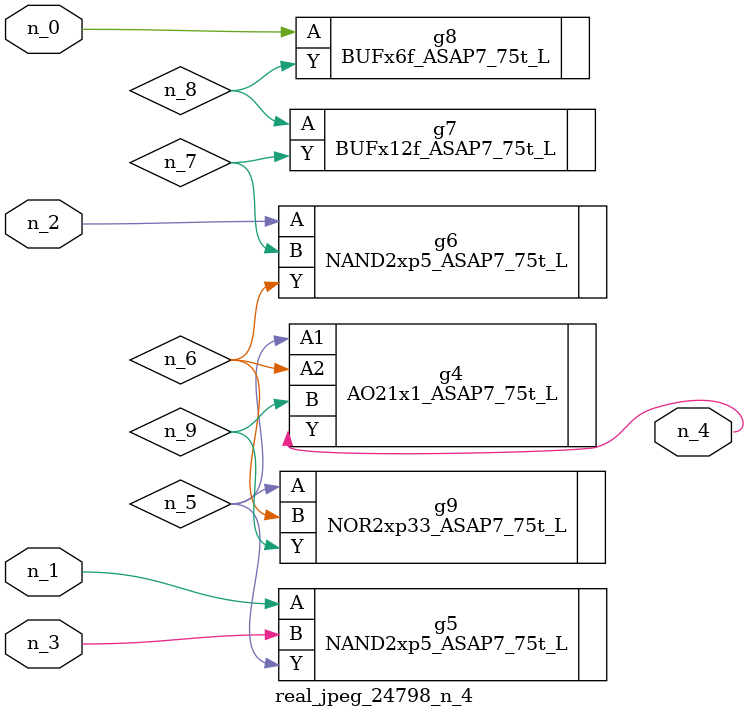
<source format=v>
module real_jpeg_24798_n_4 (n_3, n_1, n_0, n_2, n_4);

input n_3;
input n_1;
input n_0;
input n_2;

output n_4;

wire n_5;
wire n_8;
wire n_6;
wire n_7;
wire n_9;

BUFx6f_ASAP7_75t_L g8 ( 
.A(n_0),
.Y(n_8)
);

NAND2xp5_ASAP7_75t_L g5 ( 
.A(n_1),
.B(n_3),
.Y(n_5)
);

NAND2xp5_ASAP7_75t_L g6 ( 
.A(n_2),
.B(n_7),
.Y(n_6)
);

AO21x1_ASAP7_75t_L g4 ( 
.A1(n_5),
.A2(n_6),
.B(n_9),
.Y(n_4)
);

NOR2xp33_ASAP7_75t_L g9 ( 
.A(n_5),
.B(n_6),
.Y(n_9)
);

BUFx12f_ASAP7_75t_L g7 ( 
.A(n_8),
.Y(n_7)
);


endmodule
</source>
